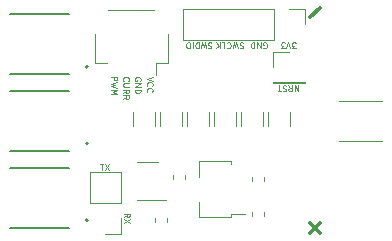
<source format=gbr>
%TF.GenerationSoftware,KiCad,Pcbnew,(5.1.6-0-10_14)*%
%TF.CreationDate,2021-03-14T15:43:45-04:00*%
%TF.ProjectId,F051_ESC,46303531-5f45-4534-932e-6b696361645f,rev?*%
%TF.SameCoordinates,Original*%
%TF.FileFunction,Legend,Top*%
%TF.FilePolarity,Positive*%
%FSLAX46Y46*%
G04 Gerber Fmt 4.6, Leading zero omitted, Abs format (unit mm)*
G04 Created by KiCad (PCBNEW (5.1.6-0-10_14)) date 2021-03-14 15:43:45*
%MOMM*%
%LPD*%
G01*
G04 APERTURE LIST*
%ADD10C,0.125000*%
%ADD11C,0.375000*%
%ADD12C,0.120000*%
%ADD13C,0.200000*%
%ADD14C,0.127000*%
G04 APERTURE END LIST*
D10*
X235623809Y-88116666D02*
X235861904Y-87950000D01*
X235623809Y-87830952D02*
X236123809Y-87830952D01*
X236123809Y-88021428D01*
X236100000Y-88069047D01*
X236076190Y-88092857D01*
X236028571Y-88116666D01*
X235957142Y-88116666D01*
X235909523Y-88092857D01*
X235885714Y-88069047D01*
X235861904Y-88021428D01*
X235861904Y-87830952D01*
X236123809Y-88283333D02*
X235623809Y-88616666D01*
X236123809Y-88616666D02*
X235623809Y-88283333D01*
X233609047Y-83606190D02*
X233894761Y-83606190D01*
X233751904Y-84106190D02*
X233751904Y-83606190D01*
X234013809Y-83606190D02*
X234347142Y-84106190D01*
X234347142Y-83606190D02*
X234013809Y-84106190D01*
X250381428Y-76983809D02*
X250381428Y-77483809D01*
X250095714Y-76983809D01*
X250095714Y-77483809D01*
X249571904Y-76983809D02*
X249738571Y-77221904D01*
X249857619Y-76983809D02*
X249857619Y-77483809D01*
X249667142Y-77483809D01*
X249619523Y-77460000D01*
X249595714Y-77436190D01*
X249571904Y-77388571D01*
X249571904Y-77317142D01*
X249595714Y-77269523D01*
X249619523Y-77245714D01*
X249667142Y-77221904D01*
X249857619Y-77221904D01*
X249381428Y-77007619D02*
X249310000Y-76983809D01*
X249190952Y-76983809D01*
X249143333Y-77007619D01*
X249119523Y-77031428D01*
X249095714Y-77079047D01*
X249095714Y-77126666D01*
X249119523Y-77174285D01*
X249143333Y-77198095D01*
X249190952Y-77221904D01*
X249286190Y-77245714D01*
X249333809Y-77269523D01*
X249357619Y-77293333D01*
X249381428Y-77340952D01*
X249381428Y-77388571D01*
X249357619Y-77436190D01*
X249333809Y-77460000D01*
X249286190Y-77483809D01*
X249167142Y-77483809D01*
X249095714Y-77460000D01*
X248952857Y-77483809D02*
X248667142Y-77483809D01*
X248810000Y-76983809D02*
X248810000Y-77483809D01*
X250179047Y-73843809D02*
X249869523Y-73843809D01*
X250036190Y-73653333D01*
X249964761Y-73653333D01*
X249917142Y-73629523D01*
X249893333Y-73605714D01*
X249869523Y-73558095D01*
X249869523Y-73439047D01*
X249893333Y-73391428D01*
X249917142Y-73367619D01*
X249964761Y-73343809D01*
X250107619Y-73343809D01*
X250155238Y-73367619D01*
X250179047Y-73391428D01*
X249726666Y-73843809D02*
X249560000Y-73343809D01*
X249393333Y-73843809D01*
X249274285Y-73843809D02*
X248964761Y-73843809D01*
X249131428Y-73653333D01*
X249060000Y-73653333D01*
X249012380Y-73629523D01*
X248988571Y-73605714D01*
X248964761Y-73558095D01*
X248964761Y-73439047D01*
X248988571Y-73391428D01*
X249012380Y-73367619D01*
X249060000Y-73343809D01*
X249202857Y-73343809D01*
X249250476Y-73367619D01*
X249274285Y-73391428D01*
X247450952Y-73820000D02*
X247498571Y-73843809D01*
X247570000Y-73843809D01*
X247641428Y-73820000D01*
X247689047Y-73772380D01*
X247712857Y-73724761D01*
X247736666Y-73629523D01*
X247736666Y-73558095D01*
X247712857Y-73462857D01*
X247689047Y-73415238D01*
X247641428Y-73367619D01*
X247570000Y-73343809D01*
X247522380Y-73343809D01*
X247450952Y-73367619D01*
X247427142Y-73391428D01*
X247427142Y-73558095D01*
X247522380Y-73558095D01*
X247212857Y-73343809D02*
X247212857Y-73843809D01*
X246927142Y-73343809D01*
X246927142Y-73843809D01*
X246689047Y-73343809D02*
X246689047Y-73843809D01*
X246570000Y-73843809D01*
X246498571Y-73820000D01*
X246450952Y-73772380D01*
X246427142Y-73724761D01*
X246403333Y-73629523D01*
X246403333Y-73558095D01*
X246427142Y-73462857D01*
X246450952Y-73415238D01*
X246498571Y-73367619D01*
X246570000Y-73343809D01*
X246689047Y-73343809D01*
X245720952Y-73367619D02*
X245649523Y-73343809D01*
X245530476Y-73343809D01*
X245482857Y-73367619D01*
X245459047Y-73391428D01*
X245435238Y-73439047D01*
X245435238Y-73486666D01*
X245459047Y-73534285D01*
X245482857Y-73558095D01*
X245530476Y-73581904D01*
X245625714Y-73605714D01*
X245673333Y-73629523D01*
X245697142Y-73653333D01*
X245720952Y-73700952D01*
X245720952Y-73748571D01*
X245697142Y-73796190D01*
X245673333Y-73820000D01*
X245625714Y-73843809D01*
X245506666Y-73843809D01*
X245435238Y-73820000D01*
X245268571Y-73843809D02*
X245149523Y-73343809D01*
X245054285Y-73700952D01*
X244959047Y-73343809D01*
X244840000Y-73843809D01*
X244363809Y-73391428D02*
X244387619Y-73367619D01*
X244459047Y-73343809D01*
X244506666Y-73343809D01*
X244578095Y-73367619D01*
X244625714Y-73415238D01*
X244649523Y-73462857D01*
X244673333Y-73558095D01*
X244673333Y-73629523D01*
X244649523Y-73724761D01*
X244625714Y-73772380D01*
X244578095Y-73820000D01*
X244506666Y-73843809D01*
X244459047Y-73843809D01*
X244387619Y-73820000D01*
X244363809Y-73796190D01*
X243911428Y-73343809D02*
X244149523Y-73343809D01*
X244149523Y-73843809D01*
X243744761Y-73343809D02*
X243744761Y-73843809D01*
X243459047Y-73343809D02*
X243673333Y-73629523D01*
X243459047Y-73843809D02*
X243744761Y-73558095D01*
X243049523Y-73367619D02*
X242978095Y-73343809D01*
X242859047Y-73343809D01*
X242811428Y-73367619D01*
X242787619Y-73391428D01*
X242763809Y-73439047D01*
X242763809Y-73486666D01*
X242787619Y-73534285D01*
X242811428Y-73558095D01*
X242859047Y-73581904D01*
X242954285Y-73605714D01*
X243001904Y-73629523D01*
X243025714Y-73653333D01*
X243049523Y-73700952D01*
X243049523Y-73748571D01*
X243025714Y-73796190D01*
X243001904Y-73820000D01*
X242954285Y-73843809D01*
X242835238Y-73843809D01*
X242763809Y-73820000D01*
X242597142Y-73843809D02*
X242478095Y-73343809D01*
X242382857Y-73700952D01*
X242287619Y-73343809D01*
X242168571Y-73843809D01*
X241978095Y-73343809D02*
X241978095Y-73843809D01*
X241859047Y-73843809D01*
X241787619Y-73820000D01*
X241740000Y-73772380D01*
X241716190Y-73724761D01*
X241692380Y-73629523D01*
X241692380Y-73558095D01*
X241716190Y-73462857D01*
X241740000Y-73415238D01*
X241787619Y-73367619D01*
X241859047Y-73343809D01*
X241978095Y-73343809D01*
X241478095Y-73343809D02*
X241478095Y-73843809D01*
X241144761Y-73843809D02*
X241049523Y-73843809D01*
X241001904Y-73820000D01*
X240954285Y-73772380D01*
X240930476Y-73677142D01*
X240930476Y-73510476D01*
X240954285Y-73415238D01*
X241001904Y-73367619D01*
X241049523Y-73343809D01*
X241144761Y-73343809D01*
X241192380Y-73367619D01*
X241240000Y-73415238D01*
X241263809Y-73510476D01*
X241263809Y-73677142D01*
X241240000Y-73772380D01*
X241192380Y-73820000D01*
X241144761Y-73843809D01*
X234563809Y-76277619D02*
X235063809Y-76277619D01*
X235063809Y-76468095D01*
X235040000Y-76515714D01*
X235016190Y-76539523D01*
X234968571Y-76563333D01*
X234897142Y-76563333D01*
X234849523Y-76539523D01*
X234825714Y-76515714D01*
X234801904Y-76468095D01*
X234801904Y-76277619D01*
X235063809Y-76730000D02*
X234563809Y-76849047D01*
X234920952Y-76944285D01*
X234563809Y-77039523D01*
X235063809Y-77158571D01*
X234563809Y-77349047D02*
X235063809Y-77349047D01*
X234706666Y-77515714D01*
X235063809Y-77682380D01*
X234563809Y-77682380D01*
X235611428Y-76592857D02*
X235587619Y-76569047D01*
X235563809Y-76497619D01*
X235563809Y-76450000D01*
X235587619Y-76378571D01*
X235635238Y-76330952D01*
X235682857Y-76307142D01*
X235778095Y-76283333D01*
X235849523Y-76283333D01*
X235944761Y-76307142D01*
X235992380Y-76330952D01*
X236040000Y-76378571D01*
X236063809Y-76450000D01*
X236063809Y-76497619D01*
X236040000Y-76569047D01*
X236016190Y-76592857D01*
X236063809Y-76807142D02*
X235659047Y-76807142D01*
X235611428Y-76830952D01*
X235587619Y-76854761D01*
X235563809Y-76902380D01*
X235563809Y-76997619D01*
X235587619Y-77045238D01*
X235611428Y-77069047D01*
X235659047Y-77092857D01*
X236063809Y-77092857D01*
X235563809Y-77616666D02*
X235801904Y-77450000D01*
X235563809Y-77330952D02*
X236063809Y-77330952D01*
X236063809Y-77521428D01*
X236040000Y-77569047D01*
X236016190Y-77592857D01*
X235968571Y-77616666D01*
X235897142Y-77616666D01*
X235849523Y-77592857D01*
X235825714Y-77569047D01*
X235801904Y-77521428D01*
X235801904Y-77330952D01*
X235563809Y-78116666D02*
X235801904Y-77950000D01*
X235563809Y-77830952D02*
X236063809Y-77830952D01*
X236063809Y-78021428D01*
X236040000Y-78069047D01*
X236016190Y-78092857D01*
X235968571Y-78116666D01*
X235897142Y-78116666D01*
X235849523Y-78092857D01*
X235825714Y-78069047D01*
X235801904Y-78021428D01*
X235801904Y-77830952D01*
X237040000Y-76569047D02*
X237063809Y-76521428D01*
X237063809Y-76450000D01*
X237040000Y-76378571D01*
X236992380Y-76330952D01*
X236944761Y-76307142D01*
X236849523Y-76283333D01*
X236778095Y-76283333D01*
X236682857Y-76307142D01*
X236635238Y-76330952D01*
X236587619Y-76378571D01*
X236563809Y-76450000D01*
X236563809Y-76497619D01*
X236587619Y-76569047D01*
X236611428Y-76592857D01*
X236778095Y-76592857D01*
X236778095Y-76497619D01*
X236563809Y-76807142D02*
X237063809Y-76807142D01*
X236563809Y-77092857D01*
X237063809Y-77092857D01*
X236563809Y-77330952D02*
X237063809Y-77330952D01*
X237063809Y-77450000D01*
X237040000Y-77521428D01*
X236992380Y-77569047D01*
X236944761Y-77592857D01*
X236849523Y-77616666D01*
X236778095Y-77616666D01*
X236682857Y-77592857D01*
X236635238Y-77569047D01*
X236587619Y-77521428D01*
X236563809Y-77450000D01*
X236563809Y-77330952D01*
X238063809Y-76233333D02*
X237563809Y-76400000D01*
X238063809Y-76566666D01*
X237611428Y-77019047D02*
X237587619Y-76995238D01*
X237563809Y-76923809D01*
X237563809Y-76876190D01*
X237587619Y-76804761D01*
X237635238Y-76757142D01*
X237682857Y-76733333D01*
X237778095Y-76709523D01*
X237849523Y-76709523D01*
X237944761Y-76733333D01*
X237992380Y-76757142D01*
X238040000Y-76804761D01*
X238063809Y-76876190D01*
X238063809Y-76923809D01*
X238040000Y-76995238D01*
X238016190Y-77019047D01*
X237611428Y-77519047D02*
X237587619Y-77495238D01*
X237563809Y-77423809D01*
X237563809Y-77376190D01*
X237587619Y-77304761D01*
X237635238Y-77257142D01*
X237682857Y-77233333D01*
X237778095Y-77209523D01*
X237849523Y-77209523D01*
X237944761Y-77233333D01*
X237992380Y-77257142D01*
X238040000Y-77304761D01*
X238063809Y-77376190D01*
X238063809Y-77423809D01*
X238040000Y-77495238D01*
X238016190Y-77519047D01*
D11*
X252229822Y-70421700D02*
X251421700Y-71229822D01*
X252229822Y-88671700D02*
X251421700Y-89479822D01*
X252229822Y-89479822D02*
X251421700Y-88671700D01*
D12*
%TO.C,R1*%
X257480000Y-78300000D02*
X253880000Y-78300000D01*
X257480000Y-81700000D02*
X253880000Y-81700000D01*
%TO.C,J6*%
X235400000Y-89530000D02*
X234070000Y-89530000D01*
X235400000Y-88200000D02*
X235400000Y-89530000D01*
X235400000Y-86930000D02*
X232740000Y-86930000D01*
X232740000Y-86930000D02*
X232740000Y-84330000D01*
X235400000Y-86930000D02*
X235400000Y-84330000D01*
X235400000Y-84330000D02*
X232740000Y-84330000D01*
%TO.C,J2*%
X239380000Y-72595000D02*
X239380000Y-75095000D01*
X239380000Y-75095000D02*
X238330000Y-75095000D01*
X238330000Y-75095000D02*
X238330000Y-76085000D01*
X233160000Y-72595000D02*
X233160000Y-75095000D01*
X233160000Y-75095000D02*
X234210000Y-75095000D01*
X238210000Y-70625000D02*
X234330000Y-70625000D01*
%TO.C,U3*%
X241990000Y-84730000D02*
X241990000Y-83420000D01*
X241990000Y-83420000D02*
X244710000Y-83420000D01*
X245850000Y-87910000D02*
X244710000Y-87910000D01*
X241990000Y-88140000D02*
X241990000Y-86830000D01*
X244710000Y-88140000D02*
X241990000Y-88140000D01*
X244710000Y-88140000D02*
X244710000Y-87910000D01*
X244710000Y-83420000D02*
X244710000Y-83650000D01*
%TO.C,J5*%
X248280000Y-74110000D02*
X249610000Y-74110000D01*
X248280000Y-75440000D02*
X248280000Y-74110000D01*
X248280000Y-76710000D02*
X250940000Y-76710000D01*
X250940000Y-76710000D02*
X250940000Y-76770000D01*
X248280000Y-76710000D02*
X248280000Y-76770000D01*
X248280000Y-76770000D02*
X250940000Y-76770000D01*
%TO.C,J3*%
X240660000Y-70470000D02*
X240660000Y-73130000D01*
X248340000Y-70470000D02*
X240660000Y-70470000D01*
X248340000Y-73130000D02*
X240660000Y-73130000D01*
X248340000Y-70470000D02*
X248340000Y-73130000D01*
X249610000Y-70470000D02*
X250940000Y-70470000D01*
X250940000Y-70470000D02*
X250940000Y-71800000D01*
%TO.C,C5*%
X247490000Y-88062779D02*
X247490000Y-87737221D01*
X246470000Y-88062779D02*
X246470000Y-87737221D01*
%TO.C,C4*%
X246470000Y-84727221D02*
X246470000Y-85052779D01*
X247490000Y-84727221D02*
X247490000Y-85052779D01*
%TO.C,U4*%
X238540000Y-83470000D02*
X236740000Y-83470000D01*
X236740000Y-86690000D02*
X239190000Y-86690000D01*
%TO.C,C24*%
X239320000Y-88247221D02*
X239320000Y-88572779D01*
X238300000Y-88247221D02*
X238300000Y-88572779D01*
%TO.C,C22*%
X240830000Y-84597221D02*
X240830000Y-84922779D01*
X239810000Y-84597221D02*
X239810000Y-84922779D01*
%TO.C,C21*%
X247870000Y-80422064D02*
X247870000Y-79217936D01*
X249690000Y-80422064D02*
X249690000Y-79217936D01*
%TO.C,C20*%
X236420000Y-80422064D02*
X236420000Y-79217936D01*
X238240000Y-80422064D02*
X238240000Y-79217936D01*
%TO.C,C19*%
X245580000Y-80422064D02*
X245580000Y-79217936D01*
X247400000Y-80422064D02*
X247400000Y-79217936D01*
%TO.C,C18*%
X238710000Y-80422064D02*
X238710000Y-79217936D01*
X240530000Y-80422064D02*
X240530000Y-79217936D01*
%TO.C,C17*%
X243290000Y-80422064D02*
X243290000Y-79217936D01*
X245110000Y-80422064D02*
X245110000Y-79217936D01*
%TO.C,C16*%
X241000000Y-80422064D02*
X241000000Y-79217936D01*
X242820000Y-80422064D02*
X242820000Y-79217936D01*
D13*
%TO.C,Q6*%
X232600000Y-75400000D02*
G75*
G03*
X232600000Y-75400000I-100000J0D01*
G01*
D14*
X231000000Y-76050000D02*
X226000000Y-76050000D01*
X231000000Y-70950000D02*
X226000000Y-70950000D01*
D13*
%TO.C,Q4*%
X232600000Y-81900000D02*
G75*
G03*
X232600000Y-81900000I-100000J0D01*
G01*
D14*
X231000000Y-82550000D02*
X226000000Y-82550000D01*
X231000000Y-77450000D02*
X226000000Y-77450000D01*
D13*
%TO.C,Q2*%
X232600000Y-88400000D02*
G75*
G03*
X232600000Y-88400000I-100000J0D01*
G01*
D14*
X231000000Y-89050000D02*
X226000000Y-89050000D01*
X231000000Y-83950000D02*
X226000000Y-83950000D01*
%TD*%
M02*

</source>
